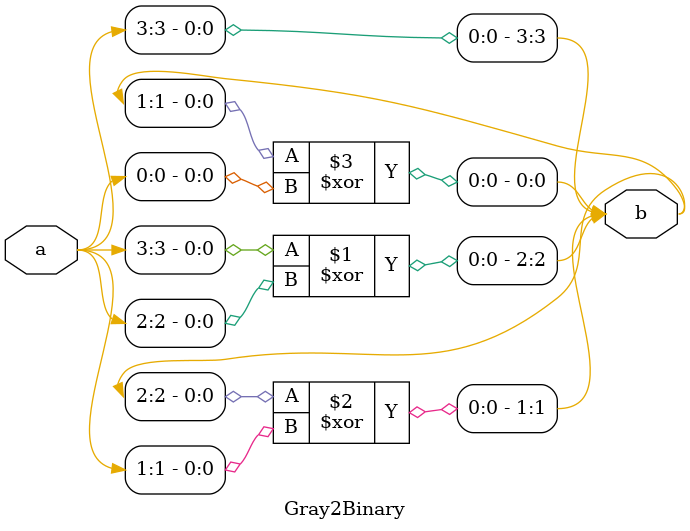
<source format=v>
module Gray2Binary(a,b);
input [3:0]a;
output [3:0]b;
assign b[3]=a[3];
assign b[2]=a[3]^a[2];
assign b[1]=b[2]^a[1];
assign b[0]=b[1]^a[0];
endmodule

</source>
